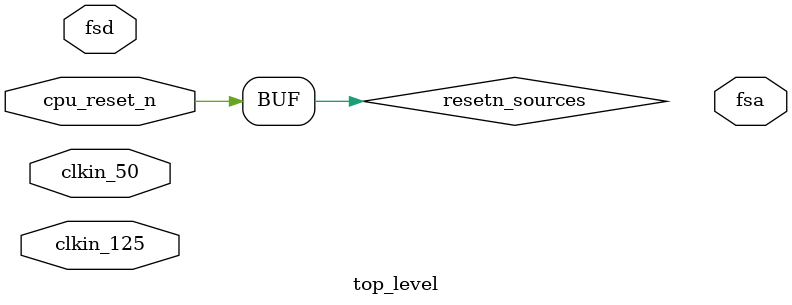
<source format=v>

module top_level
(
  input           clkin_50,
  input           clkin_125,

  input           cpu_reset_n,

  output  [24:0]  fsa,
  inout   [15:0]  fsd
     
);

//
// Declare a localparam for the number of reset sources that exist in this design.
// This parameter will be used by the global_reset_generator module.
//
localparam RESET_SOURCES_COUNT = 1;

//
// define the wires required for the top level stitching
//

reg [(RESET_SOURCES_COUNT - 1):0]   resetn_sources;

wire            global_resetn;


altddio_out     altddio_out_component (
                    .outclock ( tx_clk_to_the_tse_mac ),
                    .dataout ( enet_gtx_clk ),
                    .aclr (!global_resetn),
                    .datain_h (1'b1),
                    .datain_l (1'b0),
                    .outclocken (1'b1),
                    .aset (1'b0),
                    .sclr (1'b0),
                    .sset (1'b0),
                    .oe_out (),
                    .oe (1'b1)
                    );
defparam
                altddio_out_component.extend_oe_disable = "UNUSED",
                altddio_out_component.intended_device_family = "Cyclone III",
                altddio_out_component.invert_output = "OFF",
                altddio_out_component.lpm_type = "altddio_out",
                altddio_out_component.oe_reg = "UNUSED",
                altddio_out_component.width = 1;



//
// Tie the reset sources from the system into the global_reset_generator module.
// The reset counter width of 16 should provide a 2^16 clock assertion of global reset
// which at 50MHz should be 1.31ms long.
//
  always @ (*) begin
        resetn_sources[(RESET_SOURCES_COUNT - 1)]   <=  cpu_reset_n;
  end

global_reset_generator 
#(
  .RESET_SOURCES_WIDTH  (RESET_SOURCES_COUNT),
  .RESET_COUNTER_WIDTH  (16)
) global_reset_generator_inst
(
  .clk            (clkin_50),
  .resetn_sources (resetn_sources),
  .global_resetn  (global_resetn),
);

//
// The SOPC system instantiation.
//
multiprocessor_tutorial_main_system  multiprocessor_tutorial_main_system_inst
(
  // 1) global signals:
  .clk_in_clk                                                 (clkin_50),

  .clk_clk_in_reset_reset_n                                   (global_resetn)

);

endmodule

</source>
